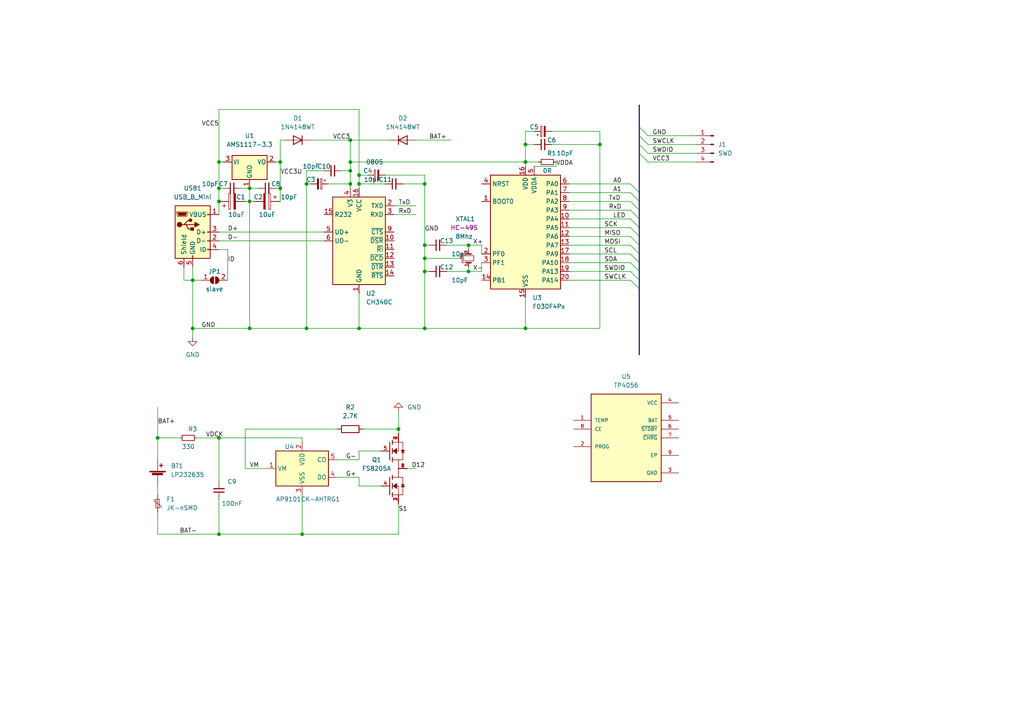
<source format=kicad_sch>
(kicad_sch (version 20211123) (generator eeschema)
  (paper "A4")
  (lib_symbols
    (symbol "Battery_Management:AP9101CK-AHTRG1"
      (property "Reference" "U?" (at 2.0194 10.16 0))
      (property "Value" "AP9101CK-AHTRG1" (at 2.0194 7.62 0))
      (symbol "AP9101CK-AHTRG1_0_1"
        (rectangle (start -7.62 5.08) (end 7.62 -5.08) (stroke (width 0.254)) (fill (type background)))
      )
      (symbol "AP9101CK-AHTRG1_1_1"
        (pin passive line (at -10.16 0 0) (length 2.54) (name "VM") (number "1"))
        (pin power_in line (at 0 7.62 270) (length 2.54) (name "VDD") (number "2"))
        (pin power_in line (at 0 -7.62 90) (length 2.54) (name "VSS") (number "3"))
        (pin output line (at 10.16 -2.54 180) (length 2.54) (name "DO") (number "4"))
        (pin output line (at 10.16 2.54 180) (length 2.54) (name "CO") (number "5"))
      )
    )
    (symbol "Connector:Conn_01x04_Male" (pin_names (offset 1.016) hide)
      (property "Reference" "J" (at 0 5.08 0))
      (property "Value" "Conn_01x04_Male" (at 0 -7.62 0))
      (symbol "Conn_01x04_Male_1_1"
        (polyline (pts (xy 1.27 -5.08) (xy 0.8636 -5.08)) (stroke (width 0.1524)))
        (polyline (pts (xy 1.27 -2.54) (xy 0.8636 -2.54)) (stroke (width 0.1524)))
        (polyline (pts (xy 1.27 0) (xy 0.8636 0)) (stroke (width 0.1524)))
        (polyline (pts (xy 1.27 2.54) (xy 0.8636 2.54)) (stroke (width 0.1524)))
        (rectangle (start 0.8636 -4.953) (end 0 -5.207) (stroke (width 0.1524)) (fill (type outline)))
        (rectangle (start 0.8636 -2.413) (end 0 -2.667) (stroke (width 0.1524)) (fill (type outline)))
        (rectangle (start 0.8636 0.127) (end 0 -0.127) (stroke (width 0.1524)) (fill (type outline)))
        (rectangle (start 0.8636 2.667) (end 0 2.413) (stroke (width 0.1524)) (fill (type outline)))
        (pin passive line (at 5.08 2.54 180) (length 3.81) (name "Pin_1") (number "1"))
        (pin passive line (at 5.08 0 180) (length 3.81) (name "Pin_2") (number "2"))
        (pin passive line (at 5.08 -2.54 180) (length 3.81) (name "Pin_3") (number "3"))
        (pin passive line (at 5.08 -5.08 180) (length 3.81) (name "Pin_4") (number "4"))
      )
    )
    (symbol "Connector:USB_B_Mini" (pin_names (offset 1.016))
      (property "Reference" "J" (at -5.08 11.43 0))
      (property "Value" "USB_B_Mini" (at -5.08 8.89 0))
      (symbol "USB_B_Mini_0_1"
        (rectangle (start -5.08 -7.62) (end 5.08 7.62) (stroke (width 0.254)) (fill (type background)))
        (circle (center -3.81 2.159) (radius 0.635) (stroke (width 0.254)) (fill (type outline)))
        (circle (center -0.635 3.429) (radius 0.381) (stroke (width 0.254)) (fill (type outline)))
        (rectangle (start -0.127 -7.62) (end 0.127 -6.858))
        (polyline (pts (xy -1.905 2.159) (xy 0.635 2.159)) (stroke (width 0.254)))
        (polyline (pts (xy -3.175 2.159) (xy -2.54 2.159) (xy -1.27 3.429) (xy -0.635 3.429)) (stroke (width 0.254)))
        (polyline (pts (xy -2.54 2.159) (xy -1.905 2.159) (xy -1.27 0.889) (xy 0 0.889)) (stroke (width 0.254)))
        (polyline (pts (xy 0.635 2.794) (xy 0.635 1.524) (xy 1.905 2.159) (xy 0.635 2.794)) (stroke (width 0.254)) (fill (type outline)))
        (polyline (pts (xy -4.318 5.588) (xy -1.778 5.588) (xy -2.032 4.826) (xy -4.064 4.826) (xy -4.318 5.588)) (fill (type outline)))
        (polyline (pts (xy -4.699 5.842) (xy -4.699 5.588) (xy -4.445 4.826) (xy -4.445 4.572) (xy -1.651 4.572) (xy -1.651 4.826) (xy -1.397 5.588) (xy -1.397 5.842) (xy -4.699 5.842)))
        (rectangle (start 0.254 1.27) (end -0.508 0.508) (stroke (width 0.254)) (fill (type outline)))
        (rectangle (start 5.08 -5.207) (end 4.318 -4.953))
        (rectangle (start 5.08 -2.667) (end 4.318 -2.413))
        (rectangle (start 5.08 -0.127) (end 4.318 0.127))
        (rectangle (start 5.08 4.953) (end 4.318 5.207))
      )
      (symbol "USB_B_Mini_1_1"
        (pin power_out line (at 7.62 5.08 180) (length 2.54) (name "VBUS") (number "1"))
        (pin bidirectional line (at 7.62 -2.54 180) (length 2.54) (name "D-") (number "2"))
        (pin bidirectional line (at 7.62 0 180) (length 2.54) (name "D+") (number "3"))
        (pin passive line (at 7.62 -5.08 180) (length 2.54) (name "ID") (number "4"))
        (pin power_out line (at 0 -10.16 90) (length 2.54) (name "GND") (number "5"))
        (pin passive line (at -2.54 -10.16 90) (length 2.54) (name "Shield") (number "6"))
      )
    )
    (symbol "Device:C_Polarized" (pin_numbers hide) (pin_names (offset 0.254))
      (property "Reference" "C" (at 0.635 2.54 0))
      (property "Value" "C_Polarized" (at 0.635 -2.54 0))
      (symbol "C_Polarized_0_1"
        (rectangle (start -2.286 0.508) (end 2.286 1.016))
        (polyline (pts (xy -1.778 2.286) (xy -0.762 2.286)))
        (polyline (pts (xy -1.27 2.794) (xy -1.27 1.778)))
        (rectangle (start 2.286 -0.508) (end -2.286 -1.016) (fill (type outline)))
      )
      (symbol "C_Polarized_1_1"
        (pin passive line (at 0 3.81 270) (length 2.794) (name "~") (number "1"))
        (pin passive line (at 0 -3.81 90) (length 2.794) (name "~") (number "2"))
      )
    )
    (symbol "Device:C_Polarized_Small" (pin_numbers hide) (pin_names (offset 0.254) hide)
      (property "Reference" "C" (at 0.254 1.778 0))
      (property "Value" "C_Polarized_Small" (at 0.254 -2.032 0))
      (symbol "C_Polarized_Small_0_1"
        (rectangle (start -1.524 -0.3048) (end 1.524 -0.6858) (fill (type outline)))
        (rectangle (start -1.524 0.6858) (end 1.524 0.3048))
        (polyline (pts (xy -1.27 1.524) (xy -0.762 1.524)))
        (polyline (pts (xy -1.016 1.27) (xy -1.016 1.778)))
      )
      (symbol "C_Polarized_Small_1_1"
        (pin passive line (at 0 2.54 270) (length 1.8542) (name "~") (number "1"))
        (pin passive line (at 0 -2.54 90) (length 1.8542) (name "~") (number "2"))
      )
    )
    (symbol "Device:C_Small" (pin_numbers hide) (pin_names (offset 0.254) hide)
      (property "Reference" "C" (at 0.254 1.778 0))
      (property "Value" "C_Small" (at 0.254 -2.032 0))
      (symbol "C_Small_0_1"
        (polyline (pts (xy -1.524 -0.508) (xy 1.524 -0.508)) (stroke (width 0.3302)))
        (polyline (pts (xy -1.524 0.508) (xy 1.524 0.508)) (stroke (width 0.3048)))
      )
      (symbol "C_Small_1_1"
        (pin passive line (at 0 2.54 270) (length 2.032) (name "~") (number "1"))
        (pin passive line (at 0 -2.54 90) (length 2.032) (name "~") (number "2"))
      )
    )
    (symbol "Device:R" (pin_numbers hide) (pin_names (offset 0))
      (property "Reference" "R" (at 2.032 0 90))
      (property "Value" "R" (at 0 0 90))
      (symbol "R_0_1"
        (rectangle (start -1.016 -2.54) (end 1.016 2.54) (stroke (width 0.254)))
      )
      (symbol "R_1_1"
        (pin passive line (at 0 3.81 270) (length 1.27) (name "~") (number "1"))
        (pin passive line (at 0 -3.81 90) (length 1.27) (name "~") (number "2"))
      )
    )
    (symbol "Device:R_Small" (pin_numbers hide) (pin_names (offset 0.254) hide)
      (property "Reference" "R" (at 0.762 0.508 0))
      (property "Value" "R_Small" (at 0.762 -1.016 0))
      (symbol "R_Small_0_1"
        (rectangle (start -0.762 1.778) (end 0.762 -1.778) (stroke (width 0.2032)))
      )
      (symbol "R_Small_1_1"
        (pin passive line (at 0 2.54 270) (length 0.762) (name "~") (number "1"))
        (pin passive line (at 0 -2.54 90) (length 0.762) (name "~") (number "2"))
      )
    )
    (symbol "Diode:1N4148WT" (pin_numbers hide) (pin_names hide)
      (property "Reference" "D" (at 0 2.54 0))
      (property "Value" "1N4148WT" (at 0 -2.54 0))
      (symbol "1N4148WT_0_1"
        (polyline (pts (xy -1.27 1.27) (xy -1.27 -1.27)) (stroke (width 0.254)))
        (polyline (pts (xy 1.27 0) (xy -1.27 0)))
        (polyline (pts (xy 1.27 1.27) (xy 1.27 -1.27) (xy -1.27 0) (xy 1.27 1.27)) (stroke (width 0.254)))
      )
      (symbol "1N4148WT_1_1"
        (pin passive line (at -3.81 0 0) (length 2.54) (name "K") (number "1"))
        (pin passive line (at 3.81 0 180) (length 2.54) (name "A") (number "2"))
      )
    )
    (symbol "Fortune_Semiconductor:FS8205A" (pin_names (offset 1.016))
      (property "Reference" "Q1" (at 7.62 6.2994 90))
      (property "Value" "FS8205A" (at -7.62 3.7594 90))
      (symbol "FS8205A_0_0"
        (polyline (pts (xy -7.62 0) (xy -7.62 -1.27)) (stroke (width 0.1524)))
        (polyline (pts (xy -7.62 0) (xy -7.62 1.778)) (stroke (width 0.1524)))
        (polyline (pts (xy -7.62 1.778) (xy -8.255 1.778)) (stroke (width 0.254)))
        (polyline (pts (xy -6.985 1.778) (xy -7.62 1.778)) (stroke (width 0.254)))
        (polyline (pts (xy -5.08 0) (xy -7.62 0)) (stroke (width 0.1524)))
        (polyline (pts (xy -5.08 1.778) (xy -5.842 1.778)) (stroke (width 0.254)))
        (polyline (pts (xy -5.08 1.778) (xy -5.08 0)) (stroke (width 0.1524)))
        (polyline (pts (xy -4.572 -1.778) (xy -4.572 -1.27)) (stroke (width 0.1524)))
        (polyline (pts (xy -4.572 -1.27) (xy -7.62 -1.27)) (stroke (width 0.1524)))
        (polyline (pts (xy -4.572 -1.27) (xy -4.572 -0.762)) (stroke (width 0.1524)))
        (polyline (pts (xy -4.318 1.778) (xy -5.08 1.778)) (stroke (width 0.254)))
        (polyline (pts (xy -2.54 -1.27) (xy -4.572 -1.27)) (stroke (width 0.1524)))
        (polyline (pts (xy -2.54 0) (xy -2.54 -1.27)) (stroke (width 0.1524)))
        (polyline (pts (xy -2.54 1.778) (xy -3.175 1.778)) (stroke (width 0.254)))
        (polyline (pts (xy -2.54 1.778) (xy -2.54 0)) (stroke (width 0.1524)))
        (polyline (pts (xy -2.54 2.54) (xy -7.62 2.54)) (stroke (width 0.254)))
        (polyline (pts (xy -1.905 1.778) (xy -2.54 1.778)) (stroke (width 0.254)))
        (polyline (pts (xy 0 0) (xy -2.54 0)) (stroke (width 0.1778)))
        (polyline (pts (xy 1.905 1.778) (xy 2.54 1.778)) (stroke (width 0.254)))
        (polyline (pts (xy 2.54 -1.27) (xy 4.572 -1.27)) (stroke (width 0.1524)))
        (polyline (pts (xy 2.54 0) (xy 0 0)) (stroke (width 0.1778)))
        (polyline (pts (xy 2.54 0) (xy 2.54 -1.27)) (stroke (width 0.1524)))
        (polyline (pts (xy 2.54 1.778) (xy 2.54 0)) (stroke (width 0.1524)))
        (polyline (pts (xy 2.54 1.778) (xy 3.175 1.778)) (stroke (width 0.254)))
        (polyline (pts (xy 2.54 2.54) (xy 7.62 2.54)) (stroke (width 0.254)))
        (polyline (pts (xy 4.318 1.778) (xy 5.08 1.778)) (stroke (width 0.254)))
        (polyline (pts (xy 4.572 -1.778) (xy 4.572 -1.27)) (stroke (width 0.1524)))
        (polyline (pts (xy 4.572 -1.27) (xy 4.572 -0.762)) (stroke (width 0.1524)))
        (polyline (pts (xy 4.572 -1.27) (xy 7.62 -1.27)) (stroke (width 0.1524)))
        (polyline (pts (xy 5.08 0) (xy 7.62 0)) (stroke (width 0.1524)))
        (polyline (pts (xy 5.08 1.778) (xy 5.08 0)) (stroke (width 0.1524)))
        (polyline (pts (xy 5.08 1.778) (xy 5.842 1.778)) (stroke (width 0.254)))
        (polyline (pts (xy 6.985 1.778) (xy 7.62 1.778)) (stroke (width 0.254)))
        (polyline (pts (xy 7.62 0) (xy 7.62 -1.27)) (stroke (width 0.1524)))
        (polyline (pts (xy 7.62 0) (xy 7.62 1.778)) (stroke (width 0.1524)))
        (polyline (pts (xy 7.62 1.778) (xy 8.255 1.778)) (stroke (width 0.254)))
        (polyline (pts (xy -5.08 1.524) (xy -4.318 0.508) (xy -5.842 0.508) (xy -5.08 1.524)) (stroke (width 0.1524)) (fill (type outline)))
        (polyline (pts (xy -4.572 -1.27) (xy -5.334 -0.762) (xy -5.334 -1.778) (xy -4.572 -1.27)) (stroke (width 0.1524)) (fill (type outline)))
        (polyline (pts (xy 4.572 -1.27) (xy 5.334 -0.762) (xy 5.334 -1.778) (xy 4.572 -1.27)) (stroke (width 0.1524)) (fill (type outline)))
        (polyline (pts (xy 5.08 1.524) (xy 4.318 0.508) (xy 5.842 0.508) (xy 5.08 1.524)) (stroke (width 0.1524)) (fill (type outline)))
        (pin passive line (at 0 -2.54 90) (length 2.54) (name "~") (number "1"))
        (pin passive line (at 10.16 0 180) (length 2.54) (name "~") (number "2"))
        (pin passive line (at 10.16 0 180) (length 2.54) (name "~") (number "3"))
        (pin passive line (at 5.08 5.08 270) (length 2.54) (name "~") (number "4"))
        (pin passive line (at -5.08 5.08 270) (length 2.54) (name "~") (number "5"))
        (pin passive line (at -10.16 0 0) (length 2.54) (name "~") (number "6"))
        (pin passive line (at -10.16 0 0) (length 2.54) (name "~") (number "7"))
        (pin passive line (at 0 -2.54 90) (length 2.54) (name "~") (number "8"))
      )
    )
    (symbol "Interface_USB:CH340C"
      (property "Reference" "U" (at -5.08 13.97 0))
      (property "Value" "CH340C" (at 1.27 13.97 0))
      (symbol "CH340C_0_1"
        (rectangle (start -7.62 12.7) (end 7.62 -12.7) (stroke (width 0.254)) (fill (type background)))
      )
      (symbol "CH340C_1_1"
        (pin power_in line (at 0 -15.24 90) (length 2.54) (name "GND") (number "1"))
        (pin input line (at 10.16 0 180) (length 2.54) (name "~{DSR}") (number "10"))
        (pin input line (at 10.16 -2.54 180) (length 2.54) (name "~{RI}") (number "11"))
        (pin input line (at 10.16 -5.08 180) (length 2.54) (name "~{DCD}") (number "12"))
        (pin output line (at 10.16 -7.62 180) (length 2.54) (name "~{DTR}") (number "13"))
        (pin output line (at 10.16 -10.16 180) (length 2.54) (name "~{RTS}") (number "14"))
        (pin input line (at -10.16 7.62 0) (length 2.54) (name "R232") (number "15"))
        (pin power_in line (at 0 15.24 270) (length 2.54) (name "VCC") (number "16"))
        (pin output line (at 10.16 10.16 180) (length 2.54) (name "TXD") (number "2"))
        (pin input line (at 10.16 7.62 180) (length 2.54) (name "RXD") (number "3"))
        (pin passive line (at -2.54 15.24 270) (length 2.54) (name "V3") (number "4"))
        (pin bidirectional line (at -10.16 2.54 0) (length 2.54) (name "UD+") (number "5"))
        (pin bidirectional line (at -10.16 0 0) (length 2.54) (name "UD-") (number "6"))
        (pin no_connect line (at -7.62 -7.62 0) (length 2.54) hide (name "NC") (number "7"))
        (pin no_connect line (at -7.62 -10.16 0) (length 2.54) hide (name "NC") (number "8"))
        (pin input line (at 10.16 2.54 180) (length 2.54) (name "~{CTS}") (number "9"))
      )
    )
    (symbol "Jumper:SolderJumper_2_Open" (pin_names (offset 0) hide)
      (property "Reference" "JP" (at 0 2.032 0))
      (property "Value" "SolderJumper_2_Open" (at 0 -2.54 0))
      (symbol "SolderJumper_2_Open_0_1"
        (arc (start -0.254 1.016) (mid -1.27 0) (end -0.254 -1.016))
        (arc (start -0.254 1.016) (mid -1.27 0) (end -0.254 -1.016) (fill (type outline)))
        (polyline (pts (xy -0.254 1.016) (xy -0.254 -1.016)))
        (polyline (pts (xy 0.254 1.016) (xy 0.254 -1.016)))
        (arc (start 0.254 -1.016) (mid 1.27 0) (end 0.254 1.016))
        (arc (start 0.254 -1.016) (mid 1.27 0) (end 0.254 1.016) (fill (type outline)))
      )
      (symbol "SolderJumper_2_Open_1_1"
        (pin passive line (at -3.81 0 0) (length 2.54) (name "A") (number "1"))
        (pin passive line (at 3.81 0 180) (length 2.54) (name "B") (number "2"))
      )
    )
    (symbol "MCU_ST_STM32F0:STM32F030F4Px"
      (property "Reference" "U" (at -10.16 16.51 0))
      (property "Value" "STM32F030F4Px" (at 5.08 16.51 0))
      (symbol "STM32F030F4Px_0_1"
        (rectangle (start -10.16 -17.78) (end 10.16 15.24) (stroke (width 0.254)) (fill (type background)))
      )
      (symbol "STM32F030F4Px_1_1"
        (pin input line (at -12.7 7.62 0) (length 2.54) (name "BOOT0") (number "1"))
        (pin bidirectional line (at 12.7 2.54 180) (length 2.54) (name "PA4") (number "10"))
        (pin bidirectional line (at 12.7 0 180) (length 2.54) (name "PA5") (number "11"))
        (pin bidirectional line (at 12.7 -2.54 180) (length 2.54) (name "PA6") (number "12"))
        (pin bidirectional line (at 12.7 -5.08 180) (length 2.54) (name "PA7") (number "13"))
        (pin bidirectional line (at -12.7 -15.24 0) (length 2.54) (name "PB1") (number "14"))
        (pin power_in line (at 0 -20.32 90) (length 2.54) (name "VSS") (number "15"))
        (pin power_in line (at 0 17.78 270) (length 2.54) (name "VDD") (number "16"))
        (pin bidirectional line (at 12.7 -7.62 180) (length 2.54) (name "PA9") (number "17"))
        (pin bidirectional line (at 12.7 -10.16 180) (length 2.54) (name "PA10") (number "18"))
        (pin bidirectional line (at 12.7 -12.7 180) (length 2.54) (name "PA13") (number "19"))
        (pin input line (at -12.7 -7.62 0) (length 2.54) (name "PF0") (number "2"))
        (pin bidirectional line (at 12.7 -15.24 180) (length 2.54) (name "PA14") (number "20"))
        (pin input line (at -12.7 -10.16 0) (length 2.54) (name "PF1") (number "3"))
        (pin input line (at -12.7 12.7 0) (length 2.54) (name "NRST") (number "4"))
        (pin power_in line (at 2.54 17.78 270) (length 2.54) (name "VDDA") (number "5"))
        (pin bidirectional line (at 12.7 12.7 180) (length 2.54) (name "PA0") (number "6"))
        (pin bidirectional line (at 12.7 10.16 180) (length 2.54) (name "PA1") (number "7"))
        (pin bidirectional line (at 12.7 7.62 180) (length 2.54) (name "PA2") (number "8"))
        (pin bidirectional line (at 12.7 5.08 180) (length 2.54) (name "PA3") (number "9"))
      )
    )
    (symbol "Regulator_Linear:AMS1117-3.3" (pin_names (offset 0.254))
      (property "Reference" "U" (at -3.81 3.175 0))
      (property "Value" "AMS1117-3.3" (at 0 3.175 0))
      (symbol "AMS1117-3.3_0_1"
        (rectangle (start -5.08 -5.08) (end 5.08 1.905) (stroke (width 0.254)) (fill (type background)))
      )
      (symbol "AMS1117-3.3_1_1"
        (pin power_in line (at 0 -7.62 90) (length 2.54) (name "GND") (number "1"))
        (pin power_out line (at 7.62 0 180) (length 2.54) (name "VO") (number "2"))
        (pin power_in line (at -7.62 0 0) (length 2.54) (name "VI") (number "3"))
      )
    )
    (symbol "crystal:HC-49S" (pin_names (offset 1.016) hide)
      (property "Reference" "XTAL1" (at -2.54 1.2701 90))
      (property "Value" "HC-49S" (at -2.54 -1.2699 90))
      (symbol "HC-49S_0_1"
        (rectangle (start -0.762 -1.524) (end 0.762 1.524))
        (polyline (pts (xy -1.27 -0.762) (xy -1.27 0.762)) (stroke (width 0.381)))
        (polyline (pts (xy 1.27 -0.762) (xy 1.27 0.762)) (stroke (width 0.381)))
        (polyline (pts (xy -1.27 -1.27) (xy -1.27 -1.905) (xy 1.27 -1.905) (xy 1.27 -1.27)))
      )
      (symbol "HC-49S_1_1"
        (pin passive line (at -2.54 0 0) (length 1.27) (name "1") (number "1"))
        (pin passive line (at 2.54 0 180) (length 1.27) (name "2") (number "2"))
        (pin passive line (at 0 -2.54 90) (length 0.635) (name "3") (number "3"))
      )
    )
    (symbol "fuse:JK-nSMD" (pin_numbers hide) (pin_names (offset 0))
      (property "Reference" "F?" (at 2.54 1.2701 0))
      (property "Value" "JK-nSMD" (at 2.54 -1.2699 0))
      (symbol "JK-nSMD_0_1"
        (rectangle (start -0.508 1.27) (end 0.508 -1.27))
        (polyline (pts (xy 0 2.54) (xy 0 -2.54)))
        (polyline (pts (xy -1.016 1.27) (xy -1.016 0.762) (xy 1.016 -0.762) (xy 1.016 -1.27)))
      )
      (symbol "JK-nSMD_1_1"
        (pin passive line (at 0 2.54 270) (length 0.635) (name "~") (number "1"))
        (pin passive line (at 0 -2.54 90) (length 0.635) (name "~") (number "2"))
      )
    )
    (symbol "power:GND" (power) (pin_names (offset 0))
      (property "Value" "GND" (at 0 -3.81 0))
      (symbol "GND_0_1"
        (polyline (pts (xy 0 0) (xy 0 -1.27) (xy 1.27 -1.27) (xy 0 -2.54) (xy -1.27 -1.27) (xy 0 -1.27)))
      )
      (symbol "GND_1_1"
        (pin power_in line (at 0 0 270) (length 0) hide (name "GND") (number "1"))
      )
    )
    (symbol "power:LP232635" (pin_numbers hide) (pin_names (offset 0) hide)
      (property "Reference" "BT1" (at 3.81 3.3021 0))
      (property "Value" "LP232635" (at 3.81 0.7621 0))
      (symbol "LP232635_0_1"
        (rectangle (start -2.286 1.778) (end 2.286 1.524) (fill (type outline)))
        (rectangle (start -1.5748 1.1938) (end 1.4732 0.6858) (fill (type outline)))
        (polyline (pts (xy 0 0.762) (xy 0 0)))
        (polyline (pts (xy 0 1.778) (xy 0 2.54)))
        (polyline (pts (xy 0.508 3.429) (xy 1.524 3.429)) (stroke (width 0.254)))
        (polyline (pts (xy 1.016 3.937) (xy 1.016 2.921)) (stroke (width 0.254)))
      )
      (symbol "LP232635_1_1"
        (pin passive line (at 0 -2.54 90) (length 2.54) (name "-") (number "1"))
        (pin passive line (at 0 5.08 270) (length 2.54) (name "+") (number "2"))
      )
    )
    (symbol "power:TP4056" (pin_names (offset 1.016))
      (property "Reference" "U?" (at 0 17.78 0))
      (property "Value" "TP4056" (at 0 15.24 0))
      (symbol "TP4056_0_0"
        (rectangle (start -10.16 -12.7) (end 10.16 12.7) (stroke (width 0.254)) (fill (type background)))
        (pin input line (at -15.24 5.08 0) (length 5.08) (name "TEMP") (number "1"))
        (pin bidirectional line (at -15.24 -2.54 0) (length 5.08) (name "PROG") (number "2"))
        (pin power_in line (at 15.24 -10.16 180) (length 5.08) (name "GND") (number "3"))
        (pin power_in line (at 15.24 10.16 180) (length 5.08) (name "VCC") (number "4"))
        (pin output line (at 15.24 5.08 180) (length 5.08) (name "BAT") (number "5"))
        (pin output line (at 15.24 2.54 180) (length 5.08) (name "~{STDBY}") (number "6"))
        (pin output line (at 15.24 0 180) (length 5.08) (name "~{CHRG}") (number "7"))
        (pin input line (at -15.24 2.54 0) (length 5.08) (name "CE") (number "8"))
        (pin passive line (at 15.24 -5.08 180) (length 5.08) (name "EP") (number "9"))
      )
    )
  )
  (junction (at 152.4 41.91))
  (junction (at 123.19 53.34))
  (junction (at 173.99 41.91))
  (junction (at 104.14 53.34))
  (junction (at 152.4 46.99))
  (junction (at 88.9 53.34))
  (junction (at 63.5 58.42))
  (junction (at 63.5 154.94))
  (junction (at 104.14 95.25))
  (junction (at 63.5 54.61))
  (junction (at 115.57 124.46))
  (junction (at 101.6 40.64))
  (junction (at 123.19 78.74))
  (junction (at 104.14 50.8))
  (junction (at 101.6 53.34))
  (junction (at 135.89 71.12))
  (junction (at 55.88 81.28))
  (junction (at 123.19 71.12))
  (junction (at 63.5 127))
  (junction (at 81.28 46.99))
  (junction (at 45.72 127))
  (junction (at 55.88 95.25))
  (junction (at 135.89 78.74))
  (junction (at 123.19 74.93))
  (junction (at 63.5 46.99))
  (junction (at 101.6 49.53))
  (junction (at 152.4 95.25))
  (junction (at 123.19 95.25))
  (junction (at 87.63 154.94))
  (junction (at 72.39 54.61))
  (junction (at 72.39 95.25))
  (junction (at 88.9 95.25))
  (junction (at 72.39 58.42))
  (junction (at 81.28 54.61))
  (junction (at 101.6 46.99))
  (bus_entry (at 182.88 66.04) (size 2.54 2.54))
  (bus_entry (at 182.88 76.2) (size 2.54 2.54))
  (bus_entry (at 185.42 36.83) (size 2.54 2.54))
  (bus_entry (at 185.42 39.37) (size 2.54 2.54))
  (bus_entry (at 182.88 81.28) (size 2.54 2.54))
  (bus_entry (at 182.88 55.88) (size 2.54 2.54))
  (bus_entry (at 182.88 73.66) (size 2.54 2.54))
  (bus_entry (at 182.88 58.42) (size 2.54 2.54))
  (bus_entry (at 182.88 68.58) (size 2.54 2.54))
  (bus_entry (at 182.88 71.12) (size 2.54 2.54))
  (bus_entry (at 182.88 78.74) (size 2.54 2.54))
  (bus_entry (at 182.88 63.5) (size 2.54 2.54))
  (bus_entry (at 182.88 53.34) (size 2.54 2.54))
  (bus_entry (at 185.42 44.45) (size 2.54 2.54))
  (bus_entry (at 182.88 60.96) (size 2.54 2.54))
  (bus_entry (at 185.42 41.91) (size 2.54 2.54))
  (wire (pts (xy 55.88 81.28) (xy 55.88 95.25)))
  (wire (pts (xy 152.4 38.1) (xy 152.4 41.91)))
  (wire (pts (xy 66.04 72.39) (xy 66.04 81.28)))
  (wire (pts (xy 57.15 127) (xy 63.5 127)))
  (wire (pts (xy 104.14 85.09) (xy 104.14 95.25)))
  (wire (pts (xy 165.1 60.96) (xy 182.88 60.96)))
  (wire (pts (xy 104.14 138.43) (xy 104.14 140.97)))
  (wire (pts (xy 87.63 127) (xy 87.63 128.27)))
  (wire (pts (xy 87.63 143.51) (xy 87.63 154.94)))
  (wire (pts (xy 101.6 49.53) (xy 101.6 53.34)))
  (wire (pts (xy 123.19 95.25) (xy 152.4 95.25)))
  (wire (pts (xy 187.96 41.91) (xy 201.93 41.91)))
  (wire (pts (xy 165.1 76.2) (xy 182.88 76.2)))
  (wire (pts (xy 97.79 133.35) (xy 104.14 133.35)))
  (wire (pts (xy 63.5 67.31) (xy 93.98 67.31)))
  (wire (pts (xy 123.19 71.12) (xy 124.46 71.12)))
  (wire (pts (xy 101.6 53.34) (xy 101.6 54.61)))
  (wire (pts (xy 45.72 154.94) (xy 63.5 154.94)))
  (wire (pts (xy 173.99 95.25) (xy 152.4 95.25)))
  (wire (pts (xy 88.9 95.25) (xy 72.39 95.25)))
  (bus (pts (xy 185.42 58.42) (xy 185.42 60.96)))
  (wire (pts (xy 139.7 78.74) (xy 135.89 78.74)))
  (wire (pts (xy 104.14 95.25) (xy 88.9 95.25)))
  (wire (pts (xy 115.57 146.05) (xy 115.57 154.94)))
  (wire (pts (xy 123.19 95.25) (xy 104.14 95.25)))
  (wire (pts (xy 165.1 53.34) (xy 182.88 53.34)))
  (wire (pts (xy 160.02 41.91) (xy 173.99 41.91)))
  (wire (pts (xy 63.5 72.39) (xy 66.04 72.39)))
  (wire (pts (xy 173.99 41.91) (xy 173.99 95.25)))
  (wire (pts (xy 101.6 46.99) (xy 101.6 49.53)))
  (wire (pts (xy 123.19 74.93) (xy 133.35 74.93)))
  (bus (pts (xy 185.42 71.12) (xy 185.42 73.66)))
  (bus (pts (xy 185.42 63.5) (xy 185.42 66.04)))
  (wire (pts (xy 135.89 72.39) (xy 135.89 71.12)))
  (wire (pts (xy 104.14 50.8) (xy 106.68 50.8)))
  (wire (pts (xy 63.5 46.99) (xy 64.77 46.99)))
  (wire (pts (xy 63.5 31.75) (xy 63.5 46.99)))
  (bus (pts (xy 185.42 81.28) (xy 185.42 83.82)))
  (wire (pts (xy 90.17 53.34) (xy 88.9 53.34)))
  (wire (pts (xy 161.29 46.99) (xy 161.29 48.26)))
  (wire (pts (xy 165.1 68.58) (xy 182.88 68.58)))
  (wire (pts (xy 129.54 71.12) (xy 135.89 71.12)))
  (wire (pts (xy 63.5 69.85) (xy 93.98 69.85)))
  (bus (pts (xy 185.42 83.82) (xy 185.42 102.87)))
  (wire (pts (xy 165.1 58.42) (xy 182.88 58.42)))
  (wire (pts (xy 165.1 71.12) (xy 182.88 71.12)))
  (wire (pts (xy 152.4 86.36) (xy 152.4 95.25)))
  (wire (pts (xy 72.39 95.25) (xy 72.39 58.42)))
  (wire (pts (xy 104.14 53.34) (xy 104.14 54.61)))
  (wire (pts (xy 71.12 124.46) (xy 71.12 135.89)))
  (wire (pts (xy 72.39 54.61) (xy 74.93 54.61)))
  (wire (pts (xy 187.96 39.37) (xy 201.93 39.37)))
  (bus (pts (xy 185.42 76.2) (xy 185.42 78.74)))
  (wire (pts (xy 139.7 76.2) (xy 139.7 78.74)))
  (wire (pts (xy 104.14 133.35) (xy 104.14 130.81)))
  (wire (pts (xy 152.4 46.99) (xy 156.21 46.99)))
  (wire (pts (xy 116.84 53.34) (xy 123.19 53.34)))
  (wire (pts (xy 63.5 58.42) (xy 63.5 54.61)))
  (wire (pts (xy 80.01 54.61) (xy 81.28 54.61)))
  (wire (pts (xy 123.19 78.74) (xy 124.46 78.74)))
  (wire (pts (xy 53.34 77.47) (xy 53.34 81.28)))
  (wire (pts (xy 63.5 54.61) (xy 64.77 54.61)))
  (wire (pts (xy 81.28 46.99) (xy 81.28 54.61)))
  (wire (pts (xy 154.94 38.1) (xy 152.4 38.1)))
  (wire (pts (xy 187.96 44.45) (xy 201.93 44.45)))
  (bus (pts (xy 185.42 60.96) (xy 185.42 63.5)))
  (bus (pts (xy 185.42 78.74) (xy 185.42 81.28)))
  (wire (pts (xy 135.89 71.12) (xy 139.7 71.12)))
  (bus (pts (xy 185.42 30.48) (xy 185.42 36.83)))
  (wire (pts (xy 80.01 46.99) (xy 81.28 46.99)))
  (wire (pts (xy 101.6 40.64) (xy 101.6 46.99)))
  (wire (pts (xy 97.79 124.46) (xy 71.12 124.46)))
  (wire (pts (xy 114.3 62.23) (xy 120.65 62.23)))
  (wire (pts (xy 152.4 46.99) (xy 152.4 48.26)))
  (wire (pts (xy 165.1 78.74) (xy 182.88 78.74)))
  (wire (pts (xy 105.41 124.46) (xy 115.57 124.46)))
  (wire (pts (xy 111.76 50.8) (xy 123.19 50.8)))
  (wire (pts (xy 101.6 40.64) (xy 113.03 40.64)))
  (wire (pts (xy 63.5 144.78) (xy 63.5 154.94)))
  (wire (pts (xy 63.5 154.94) (xy 87.63 154.94)))
  (wire (pts (xy 152.4 41.91) (xy 154.94 41.91)))
  (wire (pts (xy 82.55 40.64) (xy 81.28 40.64)))
  (wire (pts (xy 88.9 49.53) (xy 88.9 53.34)))
  (wire (pts (xy 63.5 139.7) (xy 63.5 127)))
  (wire (pts (xy 123.19 50.8) (xy 123.19 53.34)))
  (bus (pts (xy 185.42 68.58) (xy 185.42 71.12)))
  (wire (pts (xy 135.89 78.74) (xy 135.89 77.47)))
  (wire (pts (xy 93.98 49.53) (xy 88.9 49.53)))
  (bus (pts (xy 185.42 41.91) (xy 185.42 44.45)))
  (wire (pts (xy 123.19 78.74) (xy 123.19 95.25)))
  (wire (pts (xy 55.88 81.28) (xy 58.42 81.28)))
  (wire (pts (xy 161.29 48.26) (xy 154.94 48.26)))
  (wire (pts (xy 81.28 40.64) (xy 81.28 46.99)))
  (wire (pts (xy 139.7 71.12) (xy 139.7 73.66)))
  (wire (pts (xy 81.28 54.61) (xy 81.28 58.42)))
  (wire (pts (xy 104.14 31.75) (xy 63.5 31.75)))
  (wire (pts (xy 72.39 58.42) (xy 73.66 58.42)))
  (wire (pts (xy 72.39 58.42) (xy 72.39 54.61)))
  (wire (pts (xy 118.11 135.89) (xy 120.65 135.89)))
  (wire (pts (xy 165.1 73.66) (xy 182.88 73.66)))
  (wire (pts (xy 45.72 140.97) (xy 45.72 143.51)))
  (wire (pts (xy 55.88 95.25) (xy 55.88 97.79)))
  (wire (pts (xy 129.54 78.74) (xy 135.89 78.74)))
  (wire (pts (xy 114.3 59.69) (xy 120.65 59.69)))
  (wire (pts (xy 123.19 71.12) (xy 123.19 74.93)))
  (wire (pts (xy 115.57 124.46) (xy 115.57 125.73)))
  (wire (pts (xy 55.88 95.25) (xy 72.39 95.25)))
  (bus (pts (xy 185.42 73.66) (xy 185.42 76.2)))
  (wire (pts (xy 52.07 127) (xy 45.72 127)))
  (wire (pts (xy 90.17 40.64) (xy 101.6 40.64)))
  (bus (pts (xy 185.42 66.04) (xy 185.42 68.58)))
  (wire (pts (xy 165.1 55.88) (xy 182.88 55.88)))
  (wire (pts (xy 104.14 130.81) (xy 110.49 130.81)))
  (wire (pts (xy 71.12 58.42) (xy 72.39 58.42)))
  (wire (pts (xy 165.1 66.04) (xy 182.88 66.04)))
  (wire (pts (xy 123.19 74.93) (xy 123.19 78.74)))
  (wire (pts (xy 101.6 53.34) (xy 95.25 53.34)))
  (wire (pts (xy 187.96 46.99) (xy 201.93 46.99)))
  (wire (pts (xy 104.14 50.8) (xy 104.14 31.75)))
  (bus (pts (xy 185.42 55.88) (xy 185.42 58.42)))
  (bus (pts (xy 185.42 44.45) (xy 185.42 55.88)))
  (wire (pts (xy 115.57 119.38) (xy 115.57 124.46)))
  (wire (pts (xy 63.5 127) (xy 87.63 127)))
  (wire (pts (xy 97.79 138.43) (xy 104.14 138.43)))
  (wire (pts (xy 104.14 50.8) (xy 104.14 53.34)))
  (wire (pts (xy 63.5 62.23) (xy 63.5 58.42)))
  (wire (pts (xy 173.99 38.1) (xy 173.99 41.91)))
  (wire (pts (xy 63.5 54.61) (xy 63.5 46.99)))
  (wire (pts (xy 99.06 49.53) (xy 101.6 49.53)))
  (wire (pts (xy 104.14 53.34) (xy 111.76 53.34)))
  (wire (pts (xy 55.88 77.47) (xy 55.88 81.28)))
  (wire (pts (xy 88.9 53.34) (xy 88.9 95.25)))
  (wire (pts (xy 53.34 81.28) (xy 55.88 81.28)))
  (wire (pts (xy 45.72 127) (xy 45.72 133.35)))
  (wire (pts (xy 45.72 148.59) (xy 45.72 154.94)))
  (bus (pts (xy 185.42 39.37) (xy 185.42 41.91)))
  (wire (pts (xy 104.14 140.97) (xy 110.49 140.97)))
  (wire (pts (xy 69.85 54.61) (xy 72.39 54.61)))
  (wire (pts (xy 45.72 118.11) (xy 45.72 127)))
  (wire (pts (xy 120.65 40.64) (xy 130.81 40.64)))
  (wire (pts (xy 77.47 135.89) (xy 71.12 135.89)))
  (wire (pts (xy 101.6 46.99) (xy 152.4 46.99)))
  (wire (pts (xy 160.02 38.1) (xy 173.99 38.1)))
  (wire (pts (xy 87.63 154.94) (xy 115.57 154.94)))
  (wire (pts (xy 152.4 41.91) (xy 152.4 46.99)))
  (wire (pts (xy 165.1 81.28) (xy 182.88 81.28)))
  (bus (pts (xy 185.42 36.83) (xy 185.42 39.37)))
  (wire (pts (xy 123.19 53.34) (xy 123.19 71.12)))
  (wire (pts (xy 165.1 63.5) (xy 182.88 63.5)))
  (label "RxD" (at 115.57 62.23 0))
  (label "G+" (at 100.33 138.43 0))
  (label "VCC3" (at 96.52 40.64 0))
  (label "SWCLK" (at 189.23 41.91 0))
  (label "BAT-" (at 52.07 154.94 0))
  (label "SDA" (at 175.26 76.2 0))
  (label "A0" (at 177.8 53.34 0))
  (label "D-" (at 66.04 69.85 0))
  (label "GND" (at 189.23 39.37 0))
  (label "TxD" (at 115.57 59.69 0))
  (label "X+" (at 137.16 71.12 0))
  (label "RxD" (at 176.53 60.96 0))
  (label "BAT+" (at 124.46 40.64 0))
  (label "G-" (at 100.33 133.35 0))
  (label "X-" (at 137.16 78.74 0))
  (label "SWDIO" (at 189.23 44.45 0))
  (label "LED" (at 177.8 63.5 0))
  (label "MISO" (at 175.26 68.58 0))
  (label "ID" (at 66.04 76.2 0))
  (label "VDDA" (at 161.29 48.26 0))
  (label "SCL" (at 175.26 73.66 0))
  (label "TxD" (at 176.53 58.42 0))
  (label "BAT+" (at 45.72 123.19 0))
  (label "VDCK" (at 59.69 127 0))
  (label "D+" (at 66.04 67.31 0))
  (label "S1" (at 115.57 148.59 0))
  (label "SWCLK" (at 175.26 81.28 0))
  (label "A1" (at 177.8 55.88 0))
  (label "SWDIO" (at 175.26 78.74 0))
  (label "D12" (at 119.38 135.89 0))
  (label "SCK" (at 175.26 66.04 0))
  (label "GND" (at 58.42 95.25 0))
  (label "VCC3" (at 189.23 46.99 0))
  (label "VCC5" (at 63.5 36.83 180))
  (label "VM" (at 72.39 135.89 0))
  (label "MOSI" (at 175.26 71.12 0))
  (label "GND" (at 123.19 67.31 0))
  (label "VCC3U" (at 81.28 50.8 0))
  (symbol (lib_id "Device:R_Small") (at 54.61 127 90) (unit 1)
    (property "Reference" "R3" (at 55.88 124.46 90))
    (property "Value" "330" (at 54.61 129.54 90))
    (property "Footprint" "Resistor_SMD:R_0805_2012Metric_Pad1.20x1.40mm_HandSolder" (effects hide))
  )
  (symbol (lib_id "Connector:USB_B_Mini") (at 55.88 67.31 0) (unit 1)
    (property "Reference" "USB1" (at 55.88 54.61 0))
    (property "Value" "USB_B_Mini" (at 55.88 57.15 0))
    (property "Footprint" "Connector_USB:USB_Mini-B_DS1104" (effects hide))
  )
  (symbol (lib_id "Connector:Conn_01x04_Male") (at 207.01 41.91 0) (mirror y) (unit 1)
    (property "Reference" "J1" (at 208.28 41.9099 0) (effects (justify right)))
    (property "Value" "SWD" (at 208.28 44.4499 0) (effects (justify right)))
    (property "Footprint" "Connector_PinHeader_2.54mm:PinHeader_1x04_P2.54mm_Horizontal" (effects hide))
  )
  (symbol (lib_id "Device:C_Small") (at 114.3 53.34 90) (unit 1)
    (property "Reference" "C11" (at 111.76 52.07 90))
    (property "Value" "10pF" (at 107.95 52.07 90))
    (property "Footprint" "Resistor_SMD:R_0402_1005Metric_Pad0.72x0.64mm_HandSolder" (effects hide))
  )
  (symbol (lib_id "Device:C_Polarized_Small") (at 109.22 50.8 90) (unit 1)
    (property "Reference" "C4" (at 106.68 49.53 90))
    (property "Value" "0805" (at 108.6739 46.99 90))
    (property "Footprint" "Capacitor_SMD:C_0805_2012Metric_Pad1.18x1.45mm_HandSolder" (effects hide))
  )
  (symbol (lib_id "Device:C_Polarized_Small") (at 92.71 53.34 270) (unit 1)
    (property "Reference" "C3" (at 90.17 52.07 90))
    (property "Value" "0603" (effects hide))
    (property "Footprint" "Capacitor_SMD:C_0603_1608Metric_Pad1.08x0.95mm_HandSolder" (effects hide))
  )
  (symbol (lib_id "power:LP232635") (at 45.72 138.43 0) (unit 1)
    (property "Reference" "BT1" (at 49.53 135.1279 0) (effects (justify left)))
    (property "Value" "LP232635" (at 49.53 137.6679 0) (effects (justify left)))
    (property "Footprint" "Connector_PinHeader_2.54mm:PinHeader_1x02_P2.54mm_Horizontal" (effects hide))
  )
  (symbol (lib_id "Device:C_Small") (at 96.52 49.53 90) (unit 1)
    (property "Reference" "C10" (at 93.98 48.26 90))
    (property "Value" "10pF" (at 90.17 48.26 90))
    (property "Footprint" "Resistor_SMD:R_0402_1005Metric_Pad0.72x0.64mm_HandSolder" (effects hide))
  )
  (symbol (lib_id "Device:C_Small") (at 63.5 142.24 180) (unit 1)
    (property "Reference" "C9" (at 67.31 139.7 0))
    (property "Value" "100nF" (at 67.31 146.05 0))
    (property "Footprint" "Resistor_SMD:R_0805_2012Metric_Pad1.20x1.40mm_HandSolder" (effects hide))
  )
  (symbol (lib_id "power:GND") (at 115.57 119.38 180) (unit 1)
    (property "Reference" "#PWR0102" (effects hide))
    (property "Value" "GND" (at 118.11 118.1099 0) (effects (justify right)))
  )
  (symbol (lib_id "Device:C_Polarized") (at 77.47 58.42 270) (unit 1)
    (property "Reference" "C2" (at 74.93 57.15 90))
    (property "Value" "10uF" (at 77.47 62.23 90))
    (property "Footprint" "Capacitor_SMD:C_1206_3216Metric_Pad1.33x1.80mm_HandSolder" (effects hide))
  )
  (symbol (lib_id "crystal:HC-49S") (at 135.89 74.93 270) (mirror x) (unit 1)
    (property "Reference" "XTAL1" (at 132.08 63.5 90) (effects (justify left)))
    (property "Value" "8Mhz" (at 132.08 68.58 90) (effects (justify left)))
    (property "Footprint" "crystal:Crystal_HC49-2P_mill" (effects hide))
    (property "Part" "HC-49S" (at 134.62 66.04 90))
  )
  (symbol (lib_id "Jumper:SolderJumper_2_Open") (at 62.23 81.28 0) (unit 1)
    (property "Reference" "JP1" (at 62.23 78.74 0))
    (property "Value" "slave" (at 62.23 83.82 0))
    (property "Footprint" "Resistor_SMD:R_0201_0603Metric" (effects hide))
  )
  (symbol (lib_id "Interface_USB:CH340C") (at 104.14 69.85 0) (unit 1)
    (property "Reference" "U2" (at 106.1594 85.09 0) (effects (justify left)))
    (property "Value" "CH340C" (at 106.1594 87.63 0) (effects (justify left)))
    (property "Footprint" "Package_SO:SOIC-16_3.9x9.9mm_P1.27mm" (effects hide))
    (property "Datasheet" "https://datasheet.lcsc.com/szlcsc/Jiangsu-Qin-Heng-CH340C_C84681.pdf" (effects hide))
  )
  (symbol (lib_id "Device:R") (at 101.6 124.46 90) (unit 1)
    (property "Reference" "R2" (at 101.6 118.11 90))
    (property "Value" "2.7K" (at 101.6 120.65 90))
    (property "Footprint" "Resistor_SMD:R_0402_1005Metric_Pad0.72x0.64mm_HandSolder" (effects hide))
  )
  (symbol (lib_id "Device:R_Small") (at 158.75 46.99 90) (unit 1)
    (property "Reference" "R1" (at 160.02 44.45 90))
    (property "Value" "0R" (at 158.75 49.53 90))
    (property "Footprint" "Resistor_SMD:R_0201_0603Metric" (effects hide))
  )
  (symbol (lib_id "MCU_ST_STM32F0:STM32F030F4Px") (at 152.4 66.04 0) (unit 1)
    (property "Reference" "U3" (at 154.4194 86.36 0) (effects (justify left)))
    (property "Value" "F030F4Px" (at 154.4194 88.9 0) (effects (justify left)))
    (property "Footprint" "Package_SO:TSSOP-20_4.4x6.5mm_P0.65mm" (effects hide))
    (property "Datasheet" "http://www.st.com/st-web-ui/static/active/en/resource/technical/document/datasheet/DM00088500.pdf" (effects hide))
  )
  (symbol (lib_id "Device:C_Small") (at 127 78.74 90) (unit 1)
    (property "Reference" "C12" (at 129.54 77.47 90))
    (property "Value" "10pF" (at 133.35 81.28 90))
    (property "Footprint" "Resistor_SMD:R_0402_1005Metric_Pad0.72x0.64mm_HandSolder" (effects hide))
  )
  (symbol (lib_id "power:GND") (at 55.88 97.79 0) (unit 1)
    (property "Reference" "#PWR0101" (effects hide))
    (property "Value" "GND" (at 55.88 102.87 0))
  )
  (symbol (lib_id "fuse:JK-nSMD") (at 45.72 146.05 0) (unit 1)
    (property "Reference" "F1" (at 48.26 144.7799 0) (effects (justify left)))
    (property "Value" "JK-nSMD" (at 48.26 147.3199 0) (effects (justify left)))
    (property "Footprint" "Resistor_SMD:R_1206_3216Metric" (effects hide))
  )
  (symbol (lib_id "Diode:1N4148WT") (at 86.36 40.64 180) (unit 1)
    (property "Reference" "D1" (at 86.36 34.29 0))
    (property "Value" "1N4148WT" (at 86.36 36.83 0))
    (property "Footprint" "Diode_SMD:D_SOD-523" (effects hide))
    (property "Datasheet" "https://www.diodes.com/assets/Datasheets/ds30396.pdf" (effects hide))
  )
  (symbol (lib_id "Device:C_Polarized_Small") (at 157.48 38.1 90) (unit 1)
    (property "Reference" "C5" (at 154.94 36.83 90))
    (property "Value" "C_Polarized_Small" (effects hide))
    (property "Footprint" "Capacitor_SMD:C_0402_1005Metric_Pad0.74x0.62mm_HandSolder" (effects hide))
  )
  (symbol (lib_id "Diode:1N4148WT") (at 116.84 40.64 0) (unit 1)
    (property "Reference" "D2" (at 116.84 34.29 0))
    (property "Value" "1N4148WT" (at 116.84 36.83 0))
    (property "Footprint" "Diode_SMD:D_SOD-523" (effects hide))
    (property "Datasheet" "https://www.diodes.com/assets/Datasheets/ds30396.pdf" (effects hide))
  )
  (symbol (lib_id "power:TP4056") (at 181.61 127 0) (unit 1)
    (property "Reference" "U5" (at 181.61 109.22 0))
    (property "Value" "TP4056" (at 181.61 111.76 0))
    (property "Footprint" "power:SOP127P600X175-9N" (effects hide))
    (property "MF" "NanJing Top Power ASIC Corp." (effects hide))
    (property "MAXIMUM_PACKAGE_HEIGHT" "1.75mm" (effects hide))
    (property "Package" "Package" (effects hide))
    (property "Price" "None" (effects hide))
    (property "Check_prices" "https://www.snapeda.com/parts/TP4056/NanJing+Top+Power+ASIC+Corp./view-part/?ref=eda" (effects hide))
    (property "STANDARD" "IPC 7351B" (effects hide))
    (property "SnapEDA_Link" "https://www.snapeda.com/parts/TP4056/NanJing+Top+Power+ASIC+Corp./view-part/?ref=snap" (effects hide))
    (property "MP" "TP4056" (effects hide))
    (property "Description" "\nComplete single cell Li-Ion battery with a constant current / constant voltage linear charger\n" (effects hide))
    (property "Availability" "Not in stock" (effects hide))
    (property "MANUFACTURER" "NanJing Top Power ASIC Corp." (effects hide))
  )
  (symbol (lib_id "Device:C_Polarized") (at 67.31 58.42 90) (unit 1)
    (property "Reference" "C1" (at 69.85 57.15 90))
    (property "Value" "10uF" (at 68.58 62.23 90))
    (property "Footprint" "Capacitor_SMD:C_1206_3216Metric_Pad1.33x1.80mm_HandSolder" (effects hide))
  )
  (symbol (lib_id "Regulator_Linear:AMS1117-3.3") (at 72.39 46.99 0) (unit 1)
    (property "Reference" "U1" (at 72.39 39.37 0))
    (property "Value" "AMS1117-3.3" (at 72.39 41.91 0))
    (property "Footprint" "Package_TO_SOT_SMD:SOT-223-3_TabPin2" (effects hide))
    (property "Datasheet" "http://www.advanced-monolithic.com/pdf/ds1117.pdf" (effects hide))
  )
  (symbol (lib_id "Device:C_Small") (at 77.47 54.61 90) (unit 1)
    (property "Reference" "C8" (at 80.01 53.34 90))
    (property "Value" "10pF" (at 83.82 57.15 90))
    (property "Footprint" "Resistor_SMD:R_0402_1005Metric_Pad0.72x0.64mm_HandSolder" (effects hide))
  )
  (symbol (lib_id "Device:C_Small") (at 67.31 54.61 90) (unit 1)
    (property "Reference" "C7" (at 64.77 53.34 90))
    (property "Value" "10pF" (at 60.96 53.34 90))
    (property "Footprint" "Resistor_SMD:R_0402_1005Metric_Pad0.72x0.64mm_HandSolder" (effects hide))
  )
  (symbol (lib_id "Device:C_Small") (at 127 71.12 90) (unit 1)
    (property "Reference" "C13" (at 129.54 69.85 90))
    (property "Value" "10pF" (at 133.35 73.66 90))
    (property "Footprint" "Resistor_SMD:R_0402_1005Metric_Pad0.72x0.64mm_HandSolder" (effects hide))
  )
  (symbol (lib_id "Battery_Management:AP9101CK-AHTRG1") (at 87.63 135.89 0) (unit 1)
    (property "Reference" "U4" (at 82.55 129.54 0) (effects (justify left)))
    (property "Value" "AP9101CK-AHTRG1" (at 80.01 144.78 0) (effects (justify left)))
    (property "Footprint" "Package_TO_SOT_SMD:SOT-23-5" (effects hide))
    (property "Datasheet" "https://www.diodes.com/assets/Datasheets/AP9101C.pdf" (effects hide))
  )
  (symbol (lib_id "Device:C_Small") (at 157.48 41.91 90) (unit 1)
    (property "Reference" "C6" (at 160.02 40.64 90))
    (property "Value" "10pF" (at 163.83 44.45 90))
    (property "Footprint" "Resistor_SMD:R_0402_1005Metric_Pad0.72x0.64mm_HandSolder" (effects hide))
  )
  (symbol (lib_id "Fortune_Semiconductor:FS8205A") (at 115.57 135.89 90) (mirror x) (unit 1)
    (property "Reference" "Q1" (at 109.22 133.35 90))
    (property "Value" "FS8205A" (at 109.22 135.89 90))
    (property "Footprint" "Package_SO:TSSOP-8_4.4x3mm_P0.65mm" (effects hide))
    (property "Datasheet" "https://static.chipdip.ru/lib/333/DOC050333523.pdf" (effects hide))
    (property "MF" "Fortune Semiconductor" (effects hide))
    (property "MAXIMUM_PACKAGE_HEIGHT" "1.45mm" (effects hide))
    (property "Package" "Package" (effects hide))
    (property "Price" "None" (effects hide))
    (property "Check_prices" "https://www.snapeda.com/parts/FS8205/Fortune+Semiconductor/view-part/?ref=eda" (effects hide))
    (property "STANDARD" "IPC-7351B" (effects hide))
    (property "PARTREV" "1.9" (effects hide))
    (property "SnapEDA_Link" "https://www.snapeda.com/parts/FS8205/Fortune+Semiconductor/view-part/?ref=snap" (effects hide))
    (property "MP" "FS8205" (effects hide))
    (property "Description" "\nDual N-Channel Enhancement Mode Power MOSFET\n" (effects hide))
    (property "Availability" "In Stock" (effects hide))
    (property "MANUFACTURER" "Fortune" (effects hide))
    (property "ChipDip" "https://www.chipdip.ru/product0/8035566278" (effects hide))
  )
)
</source>
